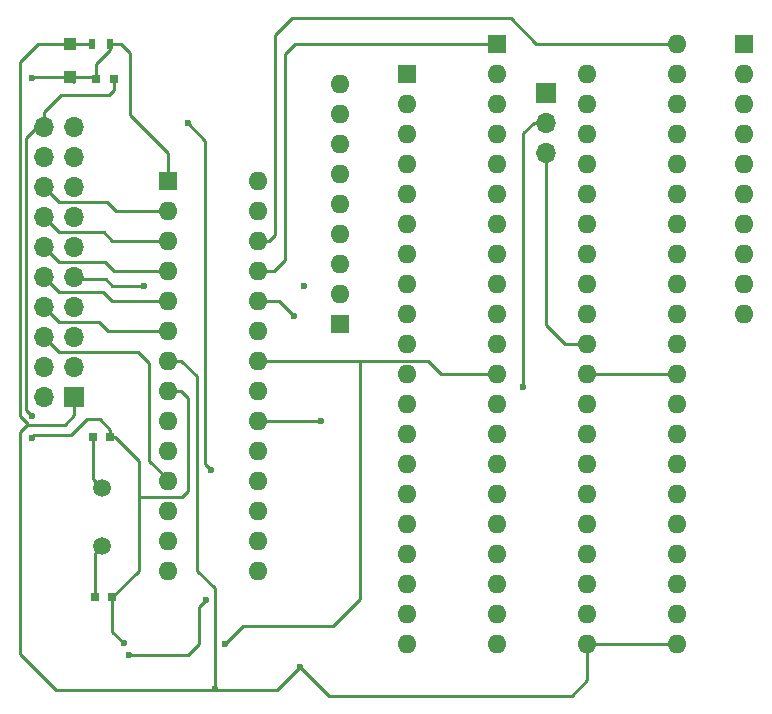
<source format=gbr>
G04 #@! TF.GenerationSoftware,KiCad,Pcbnew,(5.1.5)-2*
G04 #@! TF.CreationDate,2020-04-13T15:56:23+02:00*
G04 #@! TF.ProjectId,kickswitch,6b69636b-7377-4697-9463-682e6b696361,rev?*
G04 #@! TF.SameCoordinates,Original*
G04 #@! TF.FileFunction,Copper,L1,Top*
G04 #@! TF.FilePolarity,Positive*
%FSLAX46Y46*%
G04 Gerber Fmt 4.6, Leading zero omitted, Abs format (unit mm)*
G04 Created by KiCad (PCBNEW (5.1.5)-2) date 2020-04-13 15:56:23*
%MOMM*%
%LPD*%
G04 APERTURE LIST*
%ADD10R,0.800000X0.750000*%
%ADD11R,1.100000X1.100000*%
%ADD12R,0.500000X0.900000*%
%ADD13R,1.600000X1.600000*%
%ADD14O,1.600000X1.600000*%
%ADD15C,1.500000*%
%ADD16R,1.700000X1.700000*%
%ADD17O,1.700000X1.700000*%
%ADD18C,0.600000*%
%ADD19C,0.250000*%
G04 APERTURE END LIST*
D10*
X92393200Y-133685280D03*
X90893200Y-133685280D03*
X91083700Y-147218400D03*
X92583700Y-147218400D03*
X92728480Y-103322120D03*
X91228480Y-103322120D03*
D11*
X88960960Y-100413360D03*
X88960960Y-103213360D03*
D12*
X92388120Y-100401120D03*
X90888120Y-100401120D03*
D13*
X97261680Y-111963200D03*
D14*
X104881680Y-144983200D03*
X97261680Y-114503200D03*
X104881680Y-142443200D03*
X97261680Y-117043200D03*
X104881680Y-139903200D03*
X97261680Y-119583200D03*
X104881680Y-137363200D03*
X97261680Y-122123200D03*
X104881680Y-134823200D03*
X97261680Y-124663200D03*
X104881680Y-132283200D03*
X97261680Y-127203200D03*
X104881680Y-129743200D03*
X97261680Y-129743200D03*
X104881680Y-127203200D03*
X97261680Y-132283200D03*
X104881680Y-124663200D03*
X97261680Y-134823200D03*
X104881680Y-122123200D03*
X97261680Y-137363200D03*
X104881680Y-119583200D03*
X97261680Y-139903200D03*
X104881680Y-117043200D03*
X97261680Y-142443200D03*
X104881680Y-114503200D03*
X97261680Y-144983200D03*
X104881680Y-111963200D03*
D13*
X117520720Y-102954280D03*
D14*
X132760720Y-151214280D03*
X117520720Y-105494280D03*
X132760720Y-148674280D03*
X117520720Y-108034280D03*
X132760720Y-146134280D03*
X117520720Y-110574280D03*
X132760720Y-143594280D03*
X117520720Y-113114280D03*
X132760720Y-141054280D03*
X117520720Y-115654280D03*
X132760720Y-138514280D03*
X117520720Y-118194280D03*
X132760720Y-135974280D03*
X117520720Y-120734280D03*
X132760720Y-133434280D03*
X117520720Y-123274280D03*
X132760720Y-130894280D03*
X117520720Y-125814280D03*
X132760720Y-128354280D03*
X117520720Y-128354280D03*
X132760720Y-125814280D03*
X117520720Y-130894280D03*
X132760720Y-123274280D03*
X117520720Y-133434280D03*
X132760720Y-120734280D03*
X117520720Y-135974280D03*
X132760720Y-118194280D03*
X117520720Y-138514280D03*
X132760720Y-115654280D03*
X117520720Y-141054280D03*
X132760720Y-113114280D03*
X117520720Y-143594280D03*
X132760720Y-110574280D03*
X117520720Y-146134280D03*
X132760720Y-108034280D03*
X117520720Y-148674280D03*
X132760720Y-105494280D03*
X117520720Y-151214280D03*
X132760720Y-102954280D03*
D13*
X125120400Y-100370640D03*
D14*
X140360400Y-151170640D03*
X125120400Y-102910640D03*
X140360400Y-148630640D03*
X125120400Y-105450640D03*
X140360400Y-146090640D03*
X125120400Y-107990640D03*
X140360400Y-143550640D03*
X125120400Y-110530640D03*
X140360400Y-141010640D03*
X125120400Y-113070640D03*
X140360400Y-138470640D03*
X125120400Y-115610640D03*
X140360400Y-135930640D03*
X125120400Y-118150640D03*
X140360400Y-133390640D03*
X125120400Y-120690640D03*
X140360400Y-130850640D03*
X125120400Y-123230640D03*
X140360400Y-128310640D03*
X125120400Y-125770640D03*
X140360400Y-125770640D03*
X125120400Y-128310640D03*
X140360400Y-123230640D03*
X125120400Y-130850640D03*
X140360400Y-120690640D03*
X125120400Y-133390640D03*
X140360400Y-118150640D03*
X125120400Y-135930640D03*
X140360400Y-115610640D03*
X125120400Y-138470640D03*
X140360400Y-113070640D03*
X125120400Y-141010640D03*
X140360400Y-110530640D03*
X125120400Y-143550640D03*
X140360400Y-107990640D03*
X125120400Y-146090640D03*
X140360400Y-105450640D03*
X125120400Y-148630640D03*
X140360400Y-102910640D03*
X125120400Y-151170640D03*
X140360400Y-100370640D03*
D15*
X91683840Y-137993120D03*
X91683840Y-142873120D03*
D16*
X89352120Y-130312160D03*
D17*
X86812120Y-130312160D03*
X89352120Y-127772160D03*
X86812120Y-127772160D03*
X89352120Y-125232160D03*
X86812120Y-125232160D03*
X89352120Y-122692160D03*
X86812120Y-122692160D03*
X89352120Y-120152160D03*
X86812120Y-120152160D03*
X89352120Y-117612160D03*
X86812120Y-117612160D03*
X89352120Y-115072160D03*
X86812120Y-115072160D03*
X89352120Y-112532160D03*
X86812120Y-112532160D03*
X89352120Y-109992160D03*
X86812120Y-109992160D03*
X89352120Y-107452160D03*
X86812120Y-107452160D03*
D13*
X111815880Y-124109480D03*
D14*
X111815880Y-121569480D03*
X111815880Y-119029480D03*
X111815880Y-116489480D03*
X111815880Y-113949480D03*
X111815880Y-111409480D03*
X111815880Y-108869480D03*
X111815880Y-106329480D03*
X111815880Y-103789480D03*
D13*
X146070320Y-100416360D03*
D14*
X146070320Y-102956360D03*
X146070320Y-105496360D03*
X146070320Y-108036360D03*
X146070320Y-110576360D03*
X146070320Y-113116360D03*
X146070320Y-115656360D03*
X146070320Y-118196360D03*
X146070320Y-120736360D03*
X146070320Y-123276360D03*
D17*
X129250000Y-109650000D03*
X129250000Y-107110000D03*
D16*
X129250000Y-104570000D03*
D18*
X102146100Y-151180800D03*
X93573600Y-151142700D03*
X85775800Y-133720840D03*
X85803740Y-131876800D03*
X127378460Y-129446020D03*
X100507800Y-147485100D03*
X93954600Y-152133300D03*
X107988100Y-123438920D03*
X100947220Y-136431020D03*
X98935540Y-107121960D03*
X95247460Y-120868440D03*
X108813600Y-120853200D03*
X108470700Y-153123900D03*
X110223300Y-132295900D03*
X101231700Y-155028900D03*
X85775800Y-103238300D03*
D19*
X97261680Y-129743200D02*
X98394520Y-129743200D01*
X98488500Y-138722100D02*
X94792800Y-138722100D01*
X98991420Y-138219180D02*
X98488500Y-138722100D01*
X98991420Y-130340100D02*
X98991420Y-138219180D01*
X98394520Y-129743200D02*
X98991420Y-130340100D01*
X113499900Y-127203200D02*
X113499900Y-147408900D01*
X103632000Y-149694900D02*
X102146100Y-151180800D01*
X111213900Y-149694900D02*
X103632000Y-149694900D01*
X113499900Y-147408900D02*
X111213900Y-149694900D01*
X125120400Y-128310640D02*
X120385840Y-128310640D01*
X120385840Y-128310640D02*
X119278400Y-127203200D01*
X119278400Y-127203200D02*
X113499900Y-127203200D01*
X113499900Y-127203200D02*
X104881680Y-127203200D01*
X92583700Y-147218400D02*
X92583700Y-150152800D01*
X92583700Y-150152800D02*
X93573600Y-151142700D01*
X86812120Y-107452160D02*
X86227920Y-107452160D01*
X86227920Y-107452160D02*
X85300820Y-108379260D01*
X92393200Y-133045900D02*
X92393200Y-133685280D01*
X91531440Y-132184140D02*
X92393200Y-133045900D01*
X90385900Y-132184140D02*
X91531440Y-132184140D01*
X89044780Y-133525260D02*
X90385900Y-132184140D01*
X85971380Y-133525260D02*
X89044780Y-133525260D01*
X85775800Y-133720840D02*
X85971380Y-133525260D01*
X85300820Y-131373880D02*
X85803740Y-131876800D01*
X85300820Y-108379260D02*
X85300820Y-131373880D01*
X86812120Y-107452160D02*
X86812120Y-106141520D01*
X92728480Y-104332340D02*
X92728480Y-103322120D01*
X92313760Y-104747060D02*
X92728480Y-104332340D01*
X88206580Y-104747060D02*
X92313760Y-104747060D01*
X86812120Y-106141520D02*
X88206580Y-104747060D01*
X92393200Y-133685280D02*
X92801440Y-133685280D01*
X92801440Y-133685280D02*
X94792800Y-135676640D01*
X94792800Y-135676640D02*
X94792800Y-138722100D01*
X94792800Y-145009300D02*
X92583700Y-147218400D01*
X94792800Y-138722100D02*
X94792800Y-145009300D01*
X132717080Y-128310640D02*
X140360400Y-128310640D01*
X97111820Y-129893060D02*
X97261680Y-129743200D01*
X90893200Y-133685280D02*
X90893200Y-137202480D01*
X90893200Y-137202480D02*
X91683840Y-137993120D01*
X91568840Y-137878120D02*
X91683840Y-137993120D01*
X91083700Y-147218400D02*
X91083700Y-143473260D01*
X91083700Y-143473260D02*
X91683840Y-142873120D01*
X91695840Y-142885120D02*
X91683840Y-142873120D01*
X129250000Y-107110000D02*
X128230000Y-107110000D01*
X128230000Y-107110000D02*
X127378460Y-107961540D01*
X127378460Y-107961540D02*
X127378460Y-129446020D01*
X100507800Y-147485100D02*
X99898200Y-148094700D01*
X99898200Y-148094700D02*
X99898200Y-151180800D01*
X99898200Y-151180800D02*
X98945700Y-152133300D01*
X98945700Y-152133300D02*
X93954600Y-152133300D01*
X106674920Y-122125740D02*
X104884220Y-122125740D01*
X107988100Y-123438920D02*
X106674920Y-122125740D01*
X104884220Y-122125740D02*
X104881680Y-122123200D01*
X97261680Y-114503200D02*
X92849700Y-114503200D01*
X88051640Y-113771680D02*
X86812120Y-112532160D01*
X92118180Y-113771680D02*
X88051640Y-113771680D01*
X92849700Y-114503200D02*
X92118180Y-113771680D01*
X97261680Y-117043200D02*
X92567760Y-117043200D01*
X88082120Y-116342160D02*
X86812120Y-115072160D01*
X91866720Y-116342160D02*
X88082120Y-116342160D01*
X92567760Y-117043200D02*
X91866720Y-116342160D01*
X100947220Y-136431020D02*
X100444300Y-135928100D01*
X100444300Y-135928100D02*
X100444300Y-108630720D01*
X100444300Y-108630720D02*
X98935540Y-107121960D01*
X95247460Y-120868440D02*
X92565220Y-120868440D01*
X92565220Y-120868440D02*
X92034360Y-120337580D01*
X92034360Y-120337580D02*
X89537540Y-120337580D01*
X89537540Y-120337580D02*
X89352120Y-120152160D01*
X97261680Y-119583200D02*
X92676980Y-119583200D01*
X88056720Y-118856760D02*
X86812120Y-117612160D01*
X91950540Y-118856760D02*
X88056720Y-118856760D01*
X92676980Y-119583200D02*
X91950540Y-118856760D01*
X97261680Y-122123200D02*
X92534740Y-122123200D01*
X88059260Y-121399300D02*
X86812120Y-120152160D01*
X91810840Y-121399300D02*
X88059260Y-121399300D01*
X92534740Y-122123200D02*
X91810840Y-121399300D01*
X97261680Y-124663200D02*
X92168980Y-124663200D01*
X88089740Y-123969780D02*
X86812120Y-122692160D01*
X91475560Y-123969780D02*
X88089740Y-123969780D01*
X92168980Y-124663200D02*
X91475560Y-123969780D01*
X97261680Y-137363200D02*
X97261680Y-137271760D01*
X97261680Y-137271760D02*
X95666560Y-135676640D01*
X95666560Y-135676640D02*
X95666560Y-127406400D01*
X95666560Y-127406400D02*
X94772480Y-126512320D01*
X94772480Y-126512320D02*
X88092280Y-126512320D01*
X88092280Y-126512320D02*
X86812120Y-125232160D01*
X124998480Y-103032560D02*
X125120400Y-102910640D01*
X97261680Y-127203200D02*
X98425000Y-127203200D01*
X101231700Y-146466560D02*
X101231700Y-155028900D01*
X99773740Y-145008600D02*
X101231700Y-146466560D01*
X99773740Y-128551940D02*
X99773740Y-145008600D01*
X98425000Y-127203200D02*
X99773740Y-128551940D01*
X85441790Y-132604510D02*
X85388450Y-132604510D01*
X106527600Y-155067000D02*
X108470700Y-153123900D01*
X87759540Y-155067000D02*
X106527600Y-155067000D01*
X84742020Y-152049480D02*
X87759540Y-155067000D01*
X84742020Y-133250940D02*
X84742020Y-152049480D01*
X85388450Y-132604510D02*
X84742020Y-133250940D01*
X132760720Y-151214280D02*
X132760720Y-154284680D01*
X132760720Y-154284680D02*
X131483100Y-155562300D01*
X131483100Y-155562300D02*
X110909100Y-155562300D01*
X110909100Y-155562300D02*
X108470700Y-153123900D01*
X132760720Y-151214280D02*
X132600240Y-151214280D01*
X110210600Y-132283200D02*
X104881680Y-132283200D01*
X110223300Y-132295900D02*
X110210600Y-132283200D01*
X88960960Y-100413360D02*
X86281720Y-100413360D01*
X86281720Y-100413360D02*
X84742020Y-101953060D01*
X84742020Y-101953060D02*
X84742020Y-131711700D01*
X84742020Y-131711700D02*
X84742020Y-131904740D01*
X84742020Y-131904740D02*
X85441790Y-132604510D01*
X85441790Y-132604510D02*
X85468460Y-132631180D01*
X89352120Y-131848860D02*
X89352120Y-130312160D01*
X88569800Y-132631180D02*
X89352120Y-131848860D01*
X85468460Y-132631180D02*
X88569800Y-132631180D01*
X88960960Y-100413360D02*
X88420400Y-100413360D01*
X140360400Y-151170640D02*
X132804360Y-151170640D01*
X101254560Y-155028900D02*
X101254560Y-155122880D01*
X101231700Y-155028900D02*
X101254560Y-155028900D01*
X90888120Y-100401120D02*
X88973200Y-100401120D01*
X88973200Y-100401120D02*
X88960960Y-100413360D01*
X88960960Y-103213360D02*
X85661040Y-103213360D01*
X85685980Y-103238300D02*
X85775800Y-103238300D01*
X85661040Y-103213360D02*
X85685980Y-103238300D01*
X97261680Y-111963200D02*
X97261680Y-109606080D01*
X93314520Y-100401120D02*
X92388120Y-100401120D01*
X94107000Y-101193600D02*
X93314520Y-100401120D01*
X94107000Y-106451400D02*
X94107000Y-101193600D01*
X97261680Y-109606080D02*
X94107000Y-106451400D01*
X89344500Y-103596900D02*
X88960960Y-103213360D01*
X88960960Y-103213360D02*
X91119720Y-103213360D01*
X92388120Y-100401120D02*
X92388120Y-100931280D01*
X92388120Y-100931280D02*
X91228480Y-102090920D01*
X91228480Y-102090920D02*
X91228480Y-103322120D01*
X125120400Y-100370640D02*
X108071920Y-100370640D01*
X106253280Y-119583200D02*
X104881680Y-119583200D01*
X107188000Y-118648480D02*
X106253280Y-119583200D01*
X107188000Y-101254560D02*
X107188000Y-118648480D01*
X108071920Y-100370640D02*
X107188000Y-101254560D01*
X140360400Y-100370640D02*
X128473200Y-100370640D01*
X105867200Y-117043200D02*
X104881680Y-117043200D01*
X106354880Y-116555520D02*
X105867200Y-117043200D01*
X106354880Y-99628960D02*
X106354880Y-116555520D01*
X107756960Y-98226880D02*
X106354880Y-99628960D01*
X126329440Y-98226880D02*
X107756960Y-98226880D01*
X128473200Y-100370640D02*
X126329440Y-98226880D01*
X132760720Y-125814280D02*
X130904280Y-125814280D01*
X129250000Y-124160000D02*
X129250000Y-109650000D01*
X130904280Y-125814280D02*
X129250000Y-124160000D01*
M02*

</source>
